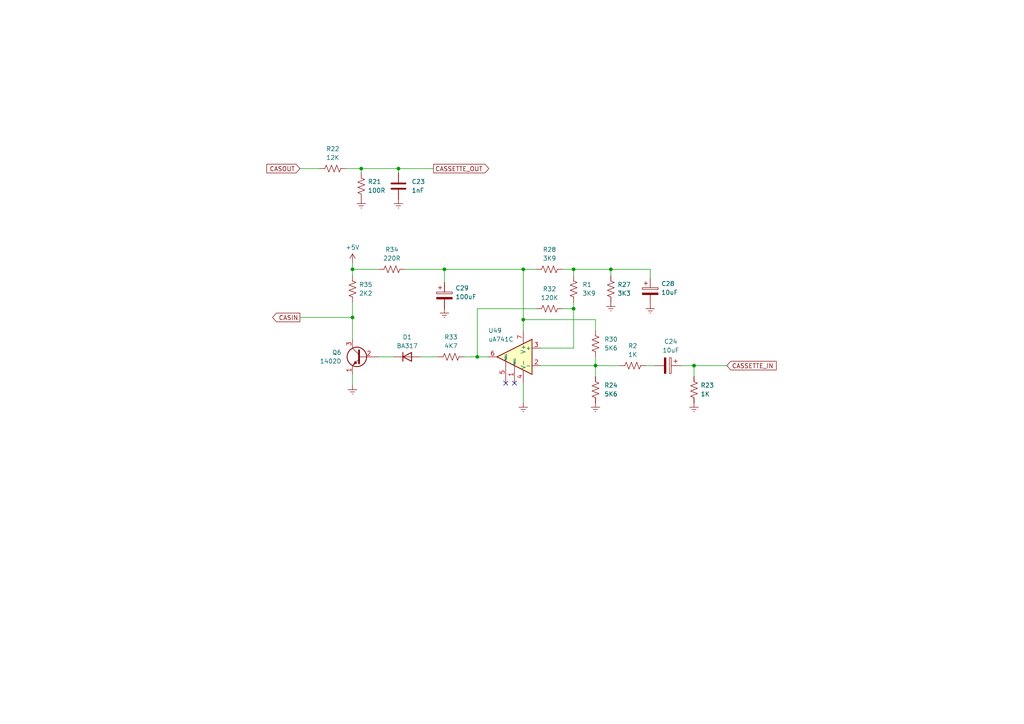
<source format=kicad_sch>
(kicad_sch (version 20230121) (generator eeschema)
  (paper "A4")
  (title_block (title "Dick Smith Cat Linear Board (PAL Version)") (date "1984") (company "Video Technology, Ltd.") (comment 2 "Schematic Redrawn by Rhys Weatherley") (comment 3 "Cassette Interface"))
  (lib_symbols
    (symbol "Amplifier_Operational:LM741" (pin_names (offset 0.127))
      (property "Reference" "U" (at 0 6.35 0))
      (property "Value" "LM741" (at 0 3.81 0))
      (symbol "LM741_0_1"
        (polyline (pts (xy -5.08 5.08) (xy 5.08 0) (xy -5.08 -5.08) (xy -5.08 5.08)) (stroke (width 0.254)) (fill (type background)))
      )
      (symbol "LM741_1_1"
        (pin input line (at 0 -7.62 90) (length 5.08) (name "NULL") (number "1"))
        (pin input line (at -7.62 -2.54 0) (length 2.54) (name "-") (number "2"))
        (pin input line (at -7.62 2.54 0) (length 2.54) (name "+") (number "3"))
        (pin power_in line (at -2.54 -7.62 90) (length 3.81) (name "V-") (number "4"))
        (pin input line (at 2.54 -7.62 90) (length 6.35) (name "NULL") (number "5"))
        (pin output line (at 7.62 0 180) (length 2.54) (name "~") (number "6"))
        (pin power_in line (at -2.54 7.62 270) (length 3.81) (name "V+") (number "7"))
        (pin no_connect line (at 0 2.54 270) (length 2.54) hide (name "NC") (number "8"))
      )
    )
    (symbol "Device:C" (pin_numbers hide) (pin_names (offset 0.254))
      (property "Reference" "C" (at 0.635 2.54 0))
      (property "Value" "C" (at 0.635 -2.54 0))
      (symbol "C_0_1"
        (polyline (pts (xy -2.032 -0.762) (xy 2.032 -0.762)) (stroke (width 0.508)))
        (polyline (pts (xy -2.032 0.762) (xy 2.032 0.762)) (stroke (width 0.508)))
      )
      (symbol "C_1_1"
        (pin passive line (at 0 3.81 270) (length 2.794) (name "~") (number "1"))
        (pin passive line (at 0 -3.81 90) (length 2.794) (name "~") (number "2"))
      )
    )
    (symbol "Device:C_Polarized" (pin_numbers hide) (pin_names (offset 0.254))
      (property "Reference" "C" (at 0.635 2.54 0))
      (property "Value" "C_Polarized" (at 0.635 -2.54 0))
      (symbol "C_Polarized_0_1"
        (rectangle (start -2.286 0.508) (end 2.286 1.016))
        (polyline (pts (xy -1.778 2.286) (xy -0.762 2.286)))
        (polyline (pts (xy -1.27 2.794) (xy -1.27 1.778)))
        (rectangle (start 2.286 -0.508) (end -2.286 -1.016) (fill (type outline)))
      )
      (symbol "C_Polarized_1_1"
        (pin passive line (at 0 3.81 270) (length 2.794) (name "~") (number "1"))
        (pin passive line (at 0 -3.81 90) (length 2.794) (name "~") (number "2"))
      )
    )
    (symbol "Device:D" (pin_numbers hide) (pin_names (offset 1.016) hide)
      (property "Reference" "D" (at 0 2.54 0))
      (property "Value" "D" (at 0 -2.54 0))
      (symbol "D_0_1"
        (polyline (pts (xy -1.27 1.27) (xy -1.27 -1.27)) (stroke (width 0.254)))
        (polyline (pts (xy 1.27 0) (xy -1.27 0)))
        (polyline (pts (xy 1.27 1.27) (xy 1.27 -1.27) (xy -1.27 0) (xy 1.27 1.27)) (stroke (width 0.254)))
      )
      (symbol "D_1_1"
        (pin passive line (at -3.81 0 0) (length 2.54) (name "K") (number "1"))
        (pin passive line (at 3.81 0 180) (length 2.54) (name "A") (number "2"))
      )
    )
    (symbol "Device:Q_NPN_EBC" (pin_names (offset 0) hide)
      (property "Reference" "Q" (at 5.08 1.27 0))
      (property "Value" "Q_NPN_EBC" (at 5.08 -1.27 0))
      (symbol "Q_NPN_EBC_0_1"
        (polyline (pts (xy 0.635 0.635) (xy 2.54 2.54)))
        (polyline (pts (xy 0.635 -0.635) (xy 2.54 -2.54) (xy 2.54 -2.54)))
        (polyline (pts (xy 0.635 1.905) (xy 0.635 -1.905) (xy 0.635 -1.905)) (stroke (width 0.508)))
        (polyline (pts (xy 1.27 -1.778) (xy 1.778 -1.27) (xy 2.286 -2.286) (xy 1.27 -1.778) (xy 1.27 -1.778)) (fill (type outline)))
        (circle (center 1.27 0) (radius 2.8194) (stroke (width 0.254)))
      )
      (symbol "Q_NPN_EBC_1_1"
        (pin passive line (at 2.54 -5.08 90) (length 2.54) (name "E") (number "1"))
        (pin passive line (at -5.08 0 0) (length 5.715) (name "B") (number "2"))
        (pin passive line (at 2.54 5.08 270) (length 2.54) (name "C") (number "3"))
      )
    )
    (symbol "Device:R_US" (pin_numbers hide) (pin_names (offset 0))
      (property "Reference" "R" (at 2.54 0 90))
      (property "Value" "R_US" (at -2.54 0 90))
      (symbol "R_US_0_1"
        (polyline (pts (xy 0 -2.286) (xy 0 -2.54)))
        (polyline (pts (xy 0 2.286) (xy 0 2.54)))
        (polyline (pts (xy 0 -0.762) (xy 1.016 -1.143) (xy 0 -1.524) (xy -1.016 -1.905) (xy 0 -2.286)))
        (polyline (pts (xy 0 0.762) (xy 1.016 0.381) (xy 0 0) (xy -1.016 -0.381) (xy 0 -0.762)))
        (polyline (pts (xy 0 2.286) (xy 1.016 1.905) (xy 0 1.524) (xy -1.016 1.143) (xy 0 0.762)))
      )
      (symbol "R_US_1_1"
        (pin passive line (at 0 3.81 270) (length 1.27) (name "~") (number "1"))
        (pin passive line (at 0 -3.81 90) (length 1.27) (name "~") (number "2"))
      )
    )
    (symbol "power:+5V" (power) (pin_names (offset 0))
      (property "Value" "+5V" (at 0 3.556 0))
      (symbol "+5V_0_1"
        (polyline (pts (xy -0.762 1.27) (xy 0 2.54)))
        (polyline (pts (xy 0 0) (xy 0 2.54)))
        (polyline (pts (xy 0 2.54) (xy 0.762 1.27)))
      )
      (symbol "+5V_1_1"
        (pin power_in line (at 0 0 90) (length 0) hide (name "+5V") (number "1"))
      )
    )
    (symbol "power:Earth" (power) (pin_names (offset 0))
      (symbol "Earth_0_1"
        (polyline (pts (xy -0.635 -1.905) (xy 0.635 -1.905)))
        (polyline (pts (xy -0.127 -2.54) (xy 0.127 -2.54)))
        (polyline (pts (xy 0 -1.27) (xy 0 0)))
        (polyline (pts (xy 1.27 -1.27) (xy -1.27 -1.27)))
      )
      (symbol "Earth_1_1"
        (pin power_in line (at 0 0 270) (length 0) hide (name "Earth") (number "1"))
      )
    )
  )
  (junction (at 102.235 92.075))
  (junction (at 102.235 78.105))
  (junction (at 177.165 78.105))
  (junction (at 138.43 103.505))
  (junction (at 201.295 106.045))
  (junction (at 151.765 78.105))
  (junction (at 172.72 106.045))
  (junction (at 128.905 78.105))
  (junction (at 115.57 48.895))
  (junction (at 166.37 89.535))
  (junction (at 151.765 92.71))
  (junction (at 104.775 48.895))
  (junction (at 166.37 78.105))
  (no_connect (at 146.685 111.125))
  (no_connect (at 149.225 111.125))
  (wire (pts (xy 172.72 106.045) (xy 172.72 103.505)))
  (wire (pts (xy 121.92 103.505) (xy 127 103.505)))
  (wire (pts (xy 177.165 78.105) (xy 188.595 78.105)))
  (wire (pts (xy 115.57 48.895) (xy 125.73 48.895)))
  (wire (pts (xy 172.72 92.71) (xy 151.765 92.71)))
  (wire (pts (xy 151.765 78.105) (xy 155.575 78.105)))
  (wire (pts (xy 151.765 111.125) (xy 151.765 116.84)))
  (wire (pts (xy 163.195 89.535) (xy 166.37 89.535)))
  (wire (pts (xy 188.595 80.645) (xy 188.595 78.105)))
  (wire (pts (xy 102.235 87.63) (xy 102.235 92.075)))
  (wire (pts (xy 134.62 103.505) (xy 138.43 103.505)))
  (wire (pts (xy 104.775 48.895) (xy 104.775 50.165)))
  (wire (pts (xy 166.37 80.01) (xy 166.37 78.105)))
  (wire (pts (xy 102.235 108.585) (xy 102.235 111.76)))
  (wire (pts (xy 151.765 78.105) (xy 151.765 92.71)))
  (wire (pts (xy 128.905 78.105) (xy 151.765 78.105)))
  (wire (pts (xy 115.57 48.895) (xy 104.775 48.895)))
  (wire (pts (xy 100.33 48.895) (xy 104.775 48.895)))
  (wire (pts (xy 151.765 92.71) (xy 151.765 95.885)))
  (wire (pts (xy 128.905 78.105) (xy 128.905 81.915)))
  (wire (pts (xy 163.195 78.105) (xy 166.37 78.105)))
  (wire (pts (xy 177.165 78.105) (xy 177.165 80.01)))
  (wire (pts (xy 138.43 89.535) (xy 138.43 103.505)))
  (wire (pts (xy 156.845 100.965) (xy 166.37 100.965)))
  (wire (pts (xy 166.37 78.105) (xy 177.165 78.105)))
  (wire (pts (xy 172.72 95.885) (xy 172.72 92.71)))
  (wire (pts (xy 197.485 106.045) (xy 201.295 106.045)))
  (wire (pts (xy 166.37 100.965) (xy 166.37 89.535)))
  (wire (pts (xy 102.235 78.105) (xy 109.855 78.105)))
  (wire (pts (xy 102.235 98.425) (xy 102.235 92.075)))
  (wire (pts (xy 102.235 76.2) (xy 102.235 78.105)))
  (wire (pts (xy 102.235 78.105) (xy 102.235 80.01)))
  (wire (pts (xy 187.325 106.045) (xy 189.865 106.045)))
  (wire (pts (xy 109.855 103.505) (xy 114.3 103.505)))
  (wire (pts (xy 155.575 89.535) (xy 138.43 89.535)))
  (wire (pts (xy 172.72 106.045) (xy 179.705 106.045)))
  (wire (pts (xy 166.37 89.535) (xy 166.37 87.63)))
  (wire (pts (xy 117.475 78.105) (xy 128.905 78.105)))
  (wire (pts (xy 138.43 103.505) (xy 141.605 103.505)))
  (wire (pts (xy 172.72 106.045) (xy 172.72 109.22)))
  (wire (pts (xy 86.995 48.895) (xy 92.71 48.895)))
  (wire (pts (xy 201.295 106.045) (xy 201.295 109.22)))
  (wire (pts (xy 115.57 50.165) (xy 115.57 48.895)))
  (wire (pts (xy 156.845 106.045) (xy 172.72 106.045)))
  (wire (pts (xy 201.295 106.045) (xy 210.82 106.045)))
  (wire (pts (xy 102.235 92.075) (xy 86.995 92.075)))
  (global_label "CASSETTE_OUT" (shape output) (at 125.73 48.895 0) (property "Intersheetrefs" "${INTERSHEET_REFS}" (effects hide)))
  (global_label "CASOUT" (shape input) (at 86.995 48.895 180) (property "Intersheetrefs" "${INTERSHEET_REFS}" (effects hide)))
  (global_label "CASIN" (shape output) (at 86.995 92.075 180) (property "Intersheetrefs" "${INTERSHEET_REFS}" (effects hide)))
  (global_label "CASSETTE_IN" (shape input) (at 210.82 106.045 0) (property "Intersheetrefs" "${INTERSHEET_REFS}" (effects hide)))
  (symbol (lib_id "Device:R_US") (at 113.665 78.105 90) (unit 1)
    (property "Reference" "R34" (at 113.665 72.39 90))
    (property "Value" "220R" (at 113.665 74.93 90))
    (property "Footprint" "Resistor_THT:R_Axial_DIN0207_L6.3mm_D2.5mm_P7.62mm_Horizontal" (effects hide))
  )
  (symbol (lib_id "Device:Q_NPN_EBC") (at 104.775 103.505 0) (mirror y) (unit 1)
    (property "Reference" "Q6" (at 99.06 102.235 0) (effects (justify left)))
    (property "Value" "1402D" (at 99.06 104.775 0) (effects (justify left)))
    (property "Footprint" "Package_TO_SOT_THT:TO-92L_Inline" (effects hide))
  )
  (symbol (lib_id "power:Earth") (at 115.57 57.785 0) (unit 1)
    (property "Reference" "#PWR038" (effects hide))
    (property "Value" "Earth" (effects hide))
  )
  (symbol (lib_id "Device:R_US") (at 130.81 103.505 90) (unit 1)
    (property "Reference" "R33" (at 130.81 97.79 90))
    (property "Value" "4K7" (at 130.81 100.33 90))
    (property "Footprint" "Resistor_THT:R_Axial_DIN0207_L6.3mm_D2.5mm_P7.62mm_Horizontal" (effects hide))
  )
  (symbol (lib_id "power:Earth") (at 188.595 88.265 0) (unit 1)
    (property "Reference" "#PWR044" (effects hide))
    (property "Value" "Earth" (effects hide))
  )
  (symbol (lib_id "power:Earth") (at 177.165 87.63 0) (unit 1)
    (property "Reference" "#PWR043" (effects hide))
    (property "Value" "Earth" (effects hide))
  )
  (symbol (lib_id "Device:R_US") (at 172.72 113.03 0) (unit 1)
    (property "Reference" "R24" (at 175.26 111.76 0) (effects (justify left)))
    (property "Value" "5K6" (at 175.26 114.3 0) (effects (justify left)))
    (property "Footprint" "Resistor_THT:R_Axial_DIN0207_L6.3mm_D2.5mm_P7.62mm_Horizontal" (effects hide))
  )
  (symbol (lib_id "Device:C") (at 115.57 53.975 0) (unit 1)
    (property "Reference" "C23" (at 119.38 52.705 0) (effects (justify left)))
    (property "Value" "1nF" (at 119.38 55.245 0) (effects (justify left)))
    (property "Footprint" "Capacitor_THT:C_Disc_D5.0mm_W2.5mm_P5.00mm" (effects hide))
  )
  (symbol (lib_id "Device:R_US") (at 96.52 48.895 90) (unit 1)
    (property "Reference" "R22" (at 96.52 43.18 90))
    (property "Value" "12K" (at 96.52 45.72 90))
    (property "Footprint" "Resistor_THT:R_Axial_DIN0207_L6.3mm_D2.5mm_P7.62mm_Horizontal" (effects hide))
  )
  (symbol (lib_id "Device:R_US") (at 201.295 113.03 0) (unit 1)
    (property "Reference" "R23" (at 203.2 111.76 0) (effects (justify left)))
    (property "Value" "1K" (at 203.2 114.3 0) (effects (justify left)))
    (property "Footprint" "Resistor_THT:R_Axial_DIN0207_L6.3mm_D2.5mm_P7.62mm_Horizontal" (effects hide))
  )
  (symbol (lib_id "Device:R_US") (at 177.165 83.82 0) (unit 1)
    (property "Reference" "R27" (at 179.07 82.55 0) (effects (justify left)))
    (property "Value" "3K3" (at 179.07 85.09 0) (effects (justify left)))
    (property "Footprint" "Resistor_THT:R_Axial_DIN0207_L6.3mm_D2.5mm_P7.62mm_Horizontal" (effects hide))
  )
  (symbol (lib_id "Device:R_US") (at 102.235 83.82 0) (unit 1)
    (property "Reference" "R35" (at 104.14 82.55 0) (effects (justify left)))
    (property "Value" "2K2" (at 104.14 85.09 0) (effects (justify left)))
    (property "Footprint" "Resistor_THT:R_Axial_DIN0207_L6.3mm_D2.5mm_P7.62mm_Horizontal" (effects hide))
  )
  (symbol (lib_id "Device:C_Polarized") (at 188.595 84.455 0) (unit 1)
    (property "Reference" "C28" (at 191.77 82.296 0) (effects (justify left)))
    (property "Value" "10uF" (at 191.77 84.836 0) (effects (justify left)))
  )
  (symbol (lib_id "Device:R_US") (at 104.775 53.975 0) (unit 1)
    (property "Reference" "R21" (at 106.68 52.705 0) (effects (justify left)))
    (property "Value" "100R" (at 106.68 55.245 0) (effects (justify left)))
    (property "Footprint" "Resistor_THT:R_Axial_DIN0207_L6.3mm_D2.5mm_P7.62mm_Horizontal" (effects hide))
  )
  (symbol (lib_id "Device:C_Polarized") (at 128.905 85.725 0) (unit 1)
    (property "Reference" "C29" (at 132.08 83.566 0) (effects (justify left)))
    (property "Value" "100uF" (at 132.08 86.106 0) (effects (justify left)))
  )
  (symbol (lib_id "power:Earth") (at 104.775 57.785 0) (unit 1)
    (property "Reference" "#PWR037" (effects hide))
    (property "Value" "Earth" (effects hide))
  )
  (symbol (lib_id "Device:R_US") (at 172.72 99.695 0) (unit 1)
    (property "Reference" "R30" (at 175.26 98.425 0) (effects (justify left)))
    (property "Value" "5K6" (at 175.26 100.965 0) (effects (justify left)))
    (property "Footprint" "Resistor_THT:R_Axial_DIN0207_L6.3mm_D2.5mm_P7.62mm_Horizontal" (effects hide))
  )
  (symbol (lib_id "power:Earth") (at 151.765 116.84 0) (unit 1)
    (property "Reference" "#PWR042" (effects hide))
    (property "Value" "Earth" (effects hide))
  )
  (symbol (lib_id "power:Earth") (at 201.295 116.84 0) (unit 1)
    (property "Reference" "#PWR046" (effects hide))
    (property "Value" "Earth" (effects hide))
  )
  (symbol (lib_id "Device:R_US") (at 183.515 106.045 90) (unit 1)
    (property "Reference" "R2" (at 183.515 100.33 90))
    (property "Value" "1K" (at 183.515 102.87 90))
    (property "Footprint" "Resistor_THT:R_Axial_DIN0207_L6.3mm_D2.5mm_P7.62mm_Horizontal" (effects hide))
  )
  (symbol (lib_id "power:Earth") (at 172.72 116.84 0) (unit 1)
    (property "Reference" "#PWR045" (effects hide))
    (property "Value" "Earth" (effects hide))
  )
  (symbol (lib_id "Amplifier_Operational:LM741") (at 149.225 103.505 0) (mirror y) (unit 1)
    (property "Reference" "U49" (at 141.605 95.885 0) (effects (justify right)))
    (property "Value" "uA741C" (at 141.605 98.425 0) (effects (justify right)))
    (property "Datasheet" "http://www.ti.com/lit/ds/symlink/lm741.pdf" (effects hide))
  )
  (symbol (lib_id "power:Earth") (at 128.905 89.535 0) (unit 1)
    (property "Reference" "#PWR041" (effects hide))
    (property "Value" "Earth" (effects hide))
  )
  (symbol (lib_id "Device:D") (at 118.11 103.505 0) (unit 1)
    (property "Reference" "D1" (at 118.11 97.79 0))
    (property "Value" "BA317" (at 118.11 100.33 0))
    (property "Sim.Device" "D" (effects hide))
    (property "Sim.Pins" "1=K 2=A" (effects hide))
  )
  (symbol (lib_id "Device:C_Polarized") (at 193.675 106.045 270) (unit 1)
    (property "Reference" "C24" (at 194.564 99.06 90))
    (property "Value" "10uF" (at 194.564 101.6 90))
  )
  (symbol (lib_id "Device:R_US") (at 159.385 78.105 90) (unit 1)
    (property "Reference" "R28" (at 159.385 72.39 90))
    (property "Value" "3K9" (at 159.385 74.93 90))
    (property "Footprint" "Resistor_THT:R_Axial_DIN0207_L6.3mm_D2.5mm_P7.62mm_Horizontal" (effects hide))
  )
  (symbol (lib_id "Device:R_US") (at 159.385 89.535 90) (unit 1)
    (property "Reference" "R32" (at 159.385 83.82 90))
    (property "Value" "120K" (at 159.385 86.36 90))
    (property "Footprint" "Resistor_THT:R_Axial_DIN0207_L6.3mm_D2.5mm_P7.62mm_Horizontal" (effects hide))
  )
  (symbol (lib_id "Device:R_US") (at 166.37 83.82 0) (unit 1)
    (property "Reference" "R1" (at 168.91 82.55 0) (effects (justify left)))
    (property "Value" "3K9" (at 168.91 85.09 0) (effects (justify left)))
    (property "Footprint" "Resistor_THT:R_Axial_DIN0207_L6.3mm_D2.5mm_P7.62mm_Horizontal" (effects hide))
  )
  (symbol (lib_id "power:+5V") (at 102.235 76.2 0) (unit 1)
    (property "Reference" "#PWR040" (effects hide))
    (property "Value" "+5V" (at 102.235 71.755 0))
  )
  (symbol (lib_id "power:Earth") (at 102.235 111.76 0) (unit 1)
    (property "Reference" "#PWR039" (effects hide))
    (property "Value" "Earth" (effects hide))
  )
)
</source>
